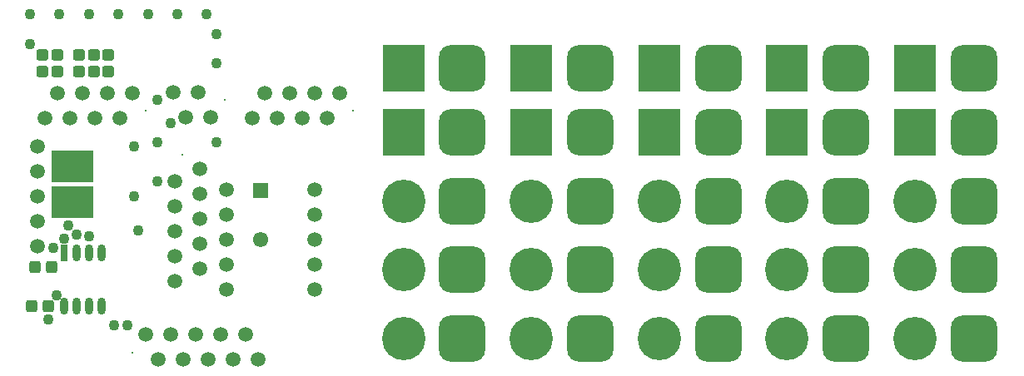
<source format=gbs>
G04 Layer_Color=16711935*
%FSLAX24Y24*%
%MOIN*%
G70*
G01*
G75*
G04:AMPARAMS|DCode=33|XSize=47.4mil|YSize=43.4mil|CornerRadius=8.4mil|HoleSize=0mil|Usage=FLASHONLY|Rotation=270.000|XOffset=0mil|YOffset=0mil|HoleType=Round|Shape=RoundedRectangle|*
%AMROUNDEDRECTD33*
21,1,0.0474,0.0266,0,0,270.0*
21,1,0.0305,0.0434,0,0,270.0*
1,1,0.0169,-0.0133,-0.0153*
1,1,0.0169,-0.0133,0.0153*
1,1,0.0169,0.0133,0.0153*
1,1,0.0169,0.0133,-0.0153*
%
%ADD33ROUNDEDRECTD33*%
%ADD34O,0.0316X0.0690*%
%ADD35R,0.0316X0.0690*%
G04:AMPARAMS|DCode=36|XSize=47.4mil|YSize=43.4mil|CornerRadius=8.4mil|HoleSize=0mil|Usage=FLASHONLY|Rotation=180.000|XOffset=0mil|YOffset=0mil|HoleType=Round|Shape=RoundedRectangle|*
%AMROUNDEDRECTD36*
21,1,0.0474,0.0266,0,0,180.0*
21,1,0.0305,0.0434,0,0,180.0*
1,1,0.0169,-0.0153,0.0133*
1,1,0.0169,0.0153,0.0133*
1,1,0.0169,0.0153,-0.0133*
1,1,0.0169,-0.0153,-0.0133*
%
%ADD36ROUNDEDRECTD36*%
%ADD37C,0.0080*%
%ADD38C,0.0592*%
%ADD39C,0.1734*%
G04:AMPARAMS|DCode=40|XSize=185.2mil|YSize=185.2mil|CornerRadius=48.3mil|HoleSize=0mil|Usage=FLASHONLY|Rotation=0.000|XOffset=0mil|YOffset=0mil|HoleType=Round|Shape=RoundedRectangle|*
%AMROUNDEDRECTD40*
21,1,0.1852,0.0886,0,0,0.0*
21,1,0.0886,0.1852,0,0,0.0*
1,1,0.0966,0.0443,-0.0443*
1,1,0.0966,-0.0443,-0.0443*
1,1,0.0966,-0.0443,0.0443*
1,1,0.0966,0.0443,0.0443*
%
%ADD40ROUNDEDRECTD40*%
%ADD41R,0.0612X0.0612*%
%ADD42C,0.0612*%
%ADD43C,0.0434*%
%ADD44R,0.1655X0.1891*%
%ADD45R,0.1655X0.1261*%
D33*
X453Y3661D02*
D03*
X1122D02*
D03*
X1280Y5236D02*
D03*
X610D02*
D03*
D34*
X3272Y3661D02*
D03*
X2772Y5787D02*
D03*
X3272D02*
D03*
X2272Y3661D02*
D03*
X2772D02*
D03*
X1772D02*
D03*
X2272Y5787D02*
D03*
D35*
X1772D02*
D03*
D36*
X2362Y13051D02*
D03*
Y13720D02*
D03*
X2953Y13051D02*
D03*
Y13720D02*
D03*
X3543Y13051D02*
D03*
Y13720D02*
D03*
X906Y13051D02*
D03*
Y13720D02*
D03*
X1496Y13051D02*
D03*
Y13720D02*
D03*
D37*
X8189Y11929D02*
D03*
X4488Y1811D02*
D03*
X6496Y9724D02*
D03*
X13346Y11496D02*
D03*
X5039D02*
D03*
D38*
X6138Y12220D02*
D03*
X6638Y11220D02*
D03*
X7138Y12220D02*
D03*
X7638Y11220D02*
D03*
X8539Y1520D02*
D03*
X8039Y2520D02*
D03*
X7539Y1520D02*
D03*
X7039Y2520D02*
D03*
X6539Y1520D02*
D03*
X6039Y2520D02*
D03*
X5539Y1520D02*
D03*
X5039Y2520D02*
D03*
X9039D02*
D03*
X9539Y1520D02*
D03*
X6205Y5673D02*
D03*
X7205Y6173D02*
D03*
X6205Y6673D02*
D03*
X7205Y7173D02*
D03*
X6205Y7673D02*
D03*
X7205Y8173D02*
D03*
X6205Y8673D02*
D03*
X7205Y9173D02*
D03*
Y5173D02*
D03*
X6205Y4673D02*
D03*
X11811Y4331D02*
D03*
Y5331D02*
D03*
Y6331D02*
D03*
Y7331D02*
D03*
Y8331D02*
D03*
X12795Y12205D02*
D03*
X12295Y11205D02*
D03*
X11795Y12205D02*
D03*
X11295Y11205D02*
D03*
X10795Y12205D02*
D03*
X10295Y11205D02*
D03*
X9795Y12205D02*
D03*
X9295Y11205D02*
D03*
X4488Y12205D02*
D03*
X3988Y11205D02*
D03*
X3488Y12205D02*
D03*
X2988Y11205D02*
D03*
X2488Y12205D02*
D03*
X1988Y11205D02*
D03*
X1488Y12205D02*
D03*
X988Y11205D02*
D03*
X8268Y4331D02*
D03*
Y5331D02*
D03*
Y6331D02*
D03*
Y7331D02*
D03*
Y8331D02*
D03*
X709Y6063D02*
D03*
Y7063D02*
D03*
Y8063D02*
D03*
Y9063D02*
D03*
Y10063D02*
D03*
D39*
X35827Y7874D02*
D03*
Y5118D02*
D03*
Y2362D02*
D03*
X30709Y7874D02*
D03*
Y5118D02*
D03*
Y2362D02*
D03*
X25591Y7874D02*
D03*
Y5118D02*
D03*
Y2362D02*
D03*
X20472Y7874D02*
D03*
Y5118D02*
D03*
Y2362D02*
D03*
X15354Y7874D02*
D03*
Y5118D02*
D03*
Y2362D02*
D03*
D40*
X17717D02*
D03*
Y5118D02*
D03*
Y7874D02*
D03*
Y10630D02*
D03*
Y13189D02*
D03*
X22835D02*
D03*
Y10630D02*
D03*
Y7874D02*
D03*
Y5118D02*
D03*
Y2362D02*
D03*
X27953Y13189D02*
D03*
Y10630D02*
D03*
Y7874D02*
D03*
Y5118D02*
D03*
Y2362D02*
D03*
X33071Y13189D02*
D03*
Y10630D02*
D03*
Y7874D02*
D03*
Y5118D02*
D03*
Y2362D02*
D03*
X38189Y13189D02*
D03*
Y10630D02*
D03*
Y7874D02*
D03*
Y5118D02*
D03*
Y2362D02*
D03*
D41*
X9646Y8307D02*
D03*
D42*
X9646Y6339D02*
D03*
D43*
X1339Y5984D02*
D03*
X5512Y11929D02*
D03*
X6024Y10984D02*
D03*
X4567Y10079D02*
D03*
Y8071D02*
D03*
X2008Y8898D02*
D03*
Y9449D02*
D03*
X1929Y6890D02*
D03*
X4724Y6693D02*
D03*
X5512Y8661D02*
D03*
Y10236D02*
D03*
X7874D02*
D03*
Y14567D02*
D03*
Y13386D02*
D03*
X7480Y15354D02*
D03*
X6299D02*
D03*
X5118D02*
D03*
X3937D02*
D03*
X2756D02*
D03*
X1575D02*
D03*
X394Y14173D02*
D03*
Y15354D02*
D03*
X4291Y2913D02*
D03*
X3780D02*
D03*
X1122Y3130D02*
D03*
X2283Y6535D02*
D03*
X1772Y6378D02*
D03*
X2756Y6457D02*
D03*
X1457Y4094D02*
D03*
D44*
X35827Y10630D02*
D03*
X30709D02*
D03*
X25591D02*
D03*
X20472D02*
D03*
X15354D02*
D03*
X35827Y13189D02*
D03*
X30709D02*
D03*
X25591D02*
D03*
X20472D02*
D03*
X15354D02*
D03*
D45*
X2087Y9252D02*
D03*
Y7835D02*
D03*
M02*

</source>
